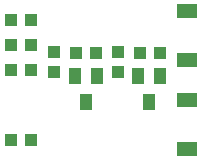
<source format=gbr>
G04 EAGLE Gerber RS-274X export*
G75*
%MOMM*%
%FSLAX34Y34*%
%LPD*%
%INSolderpaste Bottom*%
%IPPOS*%
%AMOC8*
5,1,8,0,0,1.08239X$1,22.5*%
G01*
%ADD10R,1.000000X1.400000*%
%ADD11R,1.100000X1.000000*%
%ADD12R,1.000000X1.100000*%
%ADD13R,1.700000X1.282600*%


D10*
X280138Y328816D03*
X289638Y350816D03*
X270638Y350816D03*
D11*
X252855Y354379D03*
X252855Y371379D03*
D12*
X233187Y356531D03*
X216187Y356531D03*
X233294Y398756D03*
X216294Y398756D03*
X233291Y377616D03*
X216291Y377616D03*
X233187Y296976D03*
X216187Y296976D03*
D10*
X333419Y328816D03*
X342919Y350816D03*
X323919Y350816D03*
D11*
X307380Y354251D03*
X307380Y371251D03*
D13*
X365468Y406196D03*
X365468Y365084D03*
D12*
X342603Y370738D03*
X325603Y370738D03*
X288609Y370738D03*
X271609Y370738D03*
D13*
X365468Y289654D03*
X365468Y330766D03*
M02*

</source>
